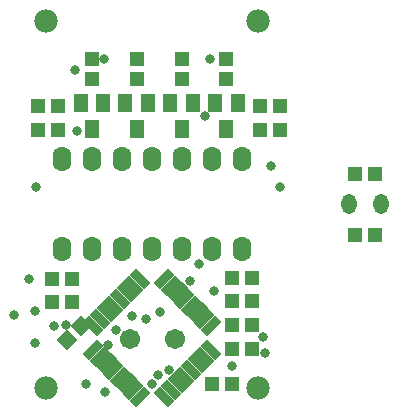
<source format=gts>
%FSAX44Y44*%
%MOMM*%
G71*
G01*
G75*
G04 Layer_Color=8388736*
%ADD10R,1.0000X1.0000*%
%ADD11R,1.0000X1.1000*%
G04:AMPARAMS|DCode=12|XSize=0.55mm|YSize=1.5mm|CornerRadius=0mm|HoleSize=0mm|Usage=FLASHONLY|Rotation=315.000|XOffset=0mm|YOffset=0mm|HoleType=Round|Shape=Rectangle|*
%AMROTATEDRECTD12*
4,1,4,-0.7248,-0.3359,0.3359,0.7248,0.7248,0.3359,-0.3359,-0.7248,-0.7248,-0.3359,0.0*
%
%ADD12ROTATEDRECTD12*%

G04:AMPARAMS|DCode=13|XSize=0.55mm|YSize=1.5mm|CornerRadius=0mm|HoleSize=0mm|Usage=FLASHONLY|Rotation=45.000|XOffset=0mm|YOffset=0mm|HoleType=Round|Shape=Rectangle|*
%AMROTATEDRECTD13*
4,1,4,0.3359,-0.7248,-0.7248,0.3359,-0.3359,0.7248,0.7248,-0.3359,0.3359,-0.7248,0.0*
%
%ADD13ROTATEDRECTD13*%

%ADD14R,1.1000X1.0000*%
%ADD15R,1.0000X1.4000*%
G04:AMPARAMS|DCode=16|XSize=1mm|YSize=1.1mm|CornerRadius=0mm|HoleSize=0mm|Usage=FLASHONLY|Rotation=225.000|XOffset=0mm|YOffset=0mm|HoleType=Round|Shape=Rectangle|*
%AMROTATEDRECTD16*
4,1,4,-0.0354,0.7425,0.7425,-0.0354,0.0354,-0.7425,-0.7425,0.0354,-0.0354,0.7425,0.0*
%
%ADD16ROTATEDRECTD16*%

%ADD17C,0.2286*%
%ADD18C,0.2540*%
%ADD19O,1.1000X1.5000*%
%ADD20O,1.3970X1.9050*%
%ADD21C,1.5000*%
%ADD22C,1.7780*%
%ADD23C,0.6350*%
%ADD24R,1.5000X2.0000*%
%ADD25C,0.6000*%
%ADD26C,0.1250*%
%ADD27C,0.2000*%
%ADD28C,0.1270*%
%ADD29R,1.2032X1.2032*%
%ADD30R,1.2032X1.3032*%
G04:AMPARAMS|DCode=31|XSize=0.7532mm|YSize=1.7032mm|CornerRadius=0mm|HoleSize=0mm|Usage=FLASHONLY|Rotation=315.000|XOffset=0mm|YOffset=0mm|HoleType=Round|Shape=Rectangle|*
%AMROTATEDRECTD31*
4,1,4,-0.8685,-0.3359,0.3359,0.8685,0.8685,0.3359,-0.3359,-0.8685,-0.8685,-0.3359,0.0*
%
%ADD31ROTATEDRECTD31*%

G04:AMPARAMS|DCode=32|XSize=0.7532mm|YSize=1.7032mm|CornerRadius=0mm|HoleSize=0mm|Usage=FLASHONLY|Rotation=45.000|XOffset=0mm|YOffset=0mm|HoleType=Round|Shape=Rectangle|*
%AMROTATEDRECTD32*
4,1,4,0.3359,-0.8685,-0.8685,0.3359,-0.3359,0.8685,0.8685,-0.3359,0.3359,-0.8685,0.0*
%
%ADD32ROTATEDRECTD32*%

%ADD33R,1.3032X1.2032*%
%ADD34R,1.2032X1.6032*%
G04:AMPARAMS|DCode=35|XSize=1.2032mm|YSize=1.3032mm|CornerRadius=0mm|HoleSize=0mm|Usage=FLASHONLY|Rotation=225.000|XOffset=0mm|YOffset=0mm|HoleType=Round|Shape=Rectangle|*
%AMROTATEDRECTD35*
4,1,4,-0.0354,0.8861,0.8861,-0.0354,0.0354,-0.8861,-0.8861,0.0354,-0.0354,0.8861,0.0*
%
%ADD35ROTATEDRECTD35*%

%ADD36O,1.3032X1.7032*%
%ADD37O,1.6002X2.1082*%
%ADD38C,1.7032*%
%ADD39C,1.9812*%
%ADD40C,0.8382*%
D29*
X00779750Y00911500D02*
D03*
X00796750D02*
D03*
Y00962500D02*
D03*
X00779750D02*
D03*
D30*
X00675500Y00785001D02*
D03*
X00658500D02*
D03*
X00692500Y00835001D02*
D03*
X00675500D02*
D03*
X00699500Y01000001D02*
D03*
X00716500D02*
D03*
X00528500D02*
D03*
X00511500D02*
D03*
X00692500Y00875001D02*
D03*
X00675500D02*
D03*
X00523500Y00874000D02*
D03*
X00540500D02*
D03*
X00692500Y00855001D02*
D03*
X00675500D02*
D03*
X00699500Y01020001D02*
D03*
X00716500D02*
D03*
X00528500D02*
D03*
X00511500D02*
D03*
X00523500Y00854000D02*
D03*
X00540500D02*
D03*
X00692500Y00815001D02*
D03*
X00675500D02*
D03*
D31*
X00618253Y00873851D02*
D03*
X00623910Y00868195D02*
D03*
X00629566Y00862538D02*
D03*
X00635224Y00856881D02*
D03*
X00640881Y00851224D02*
D03*
X00646537Y00845567D02*
D03*
X00652194Y00839911D02*
D03*
X00657851Y00834253D02*
D03*
X00597747Y00774149D02*
D03*
X00592090Y00779806D02*
D03*
X00586433Y00785463D02*
D03*
X00580776Y00791120D02*
D03*
X00575120Y00796777D02*
D03*
X00569462Y00802434D02*
D03*
X00563806Y00808091D02*
D03*
X00558149Y00813747D02*
D03*
D32*
X00657851D02*
D03*
X00652194Y00808091D02*
D03*
X00646537Y00802434D02*
D03*
X00640881Y00796776D02*
D03*
X00635224Y00791120D02*
D03*
X00629566Y00785463D02*
D03*
X00623910Y00779806D02*
D03*
X00618253Y00774149D02*
D03*
X00558149Y00834253D02*
D03*
X00563806Y00839910D02*
D03*
X00569462Y00845567D02*
D03*
X00575120Y00851224D02*
D03*
X00580776Y00856881D02*
D03*
X00586433Y00862538D02*
D03*
X00592090Y00868195D02*
D03*
X00597747Y00873851D02*
D03*
D33*
X00595000Y01043501D02*
D03*
Y01060500D02*
D03*
X00633000Y01043501D02*
D03*
Y01060500D02*
D03*
X00671000Y01043501D02*
D03*
Y01060500D02*
D03*
X00557000Y01043501D02*
D03*
Y01060500D02*
D03*
D34*
X00604500Y01023001D02*
D03*
X00585500D02*
D03*
X00595000Y01001000D02*
D03*
X00642500Y01023001D02*
D03*
X00623500D02*
D03*
X00633000Y01001000D02*
D03*
X00680500Y01023001D02*
D03*
X00661500D02*
D03*
X00671000Y01001000D02*
D03*
X00566500Y01023001D02*
D03*
X00547500D02*
D03*
X00557000Y01001000D02*
D03*
D35*
X00535989Y00821990D02*
D03*
X00548010Y00834011D02*
D03*
D36*
X00774750Y00937000D02*
D03*
X00801750D02*
D03*
D37*
X00531800Y00898900D02*
D03*
X00557200D02*
D03*
X00582600D02*
D03*
X00608000D02*
D03*
X00633400D02*
D03*
X00658800D02*
D03*
X00684200D02*
D03*
Y00975100D02*
D03*
X00658800D02*
D03*
X00633400D02*
D03*
X00608000D02*
D03*
X00582600D02*
D03*
X00557200D02*
D03*
X00531800D02*
D03*
D38*
X00627379Y00822960D02*
D03*
X00589280D02*
D03*
D39*
X00518000Y01092000D02*
D03*
X00698000D02*
D03*
Y00782000D02*
D03*
X00518000D02*
D03*
D40*
X00524764Y00833882D02*
D03*
X00660146Y00864108D02*
D03*
X00544830Y00999490D02*
D03*
X00716500Y00951992D02*
D03*
X00653034Y01012190D02*
D03*
X00509016Y00819658D02*
D03*
X00503682Y00873760D02*
D03*
X00568198Y00778256D02*
D03*
X00657402Y01060500D02*
D03*
X00552450Y00784860D02*
D03*
X00509524Y00951992D02*
D03*
X00640334Y00872490D02*
D03*
X00708660Y00969772D02*
D03*
X00567690Y01060450D02*
D03*
X00675386Y00800100D02*
D03*
X00647700Y00886460D02*
D03*
X00491490Y00843026D02*
D03*
X00591058Y00842518D02*
D03*
X00614680Y00845820D02*
D03*
X00602742Y00840232D02*
D03*
X00577257Y00830580D02*
D03*
X00570410Y00817758D02*
D03*
X00607568Y00784834D02*
D03*
X00509016Y00846836D02*
D03*
X00542750Y01051000D02*
D03*
X00704000Y00811000D02*
D03*
X00702000Y00825000D02*
D03*
X00535000Y00835000D02*
D03*
X00613000Y00793000D02*
D03*
X00622000Y00797000D02*
D03*
M02*

</source>
